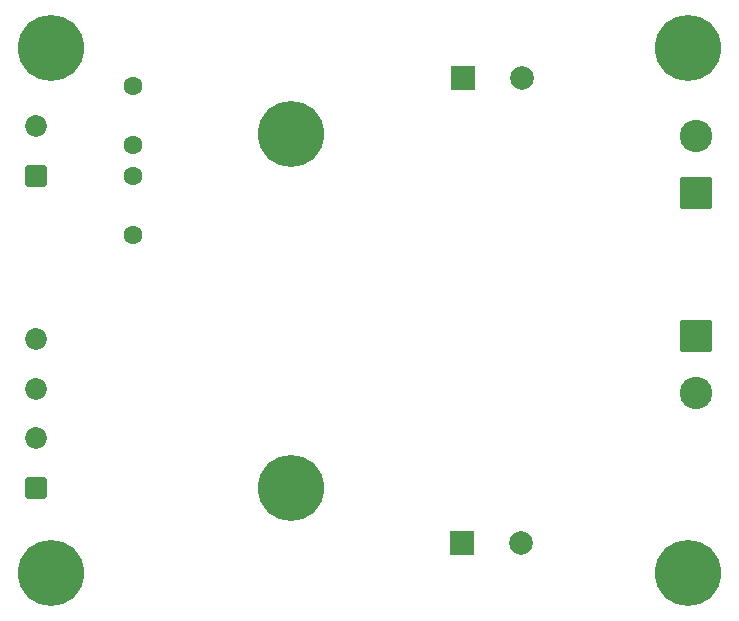
<source format=gbr>
%TF.GenerationSoftware,KiCad,Pcbnew,7.0.11+dfsg-1build4*%
%TF.CreationDate,2025-07-20T09:39:31+04:00*%
%TF.ProjectId,tpa3116_amplifier_board,74706133-3131-4365-9f61-6d706c696669,rev?*%
%TF.SameCoordinates,Original*%
%TF.FileFunction,Soldermask,Bot*%
%TF.FilePolarity,Negative*%
%FSLAX46Y46*%
G04 Gerber Fmt 4.6, Leading zero omitted, Abs format (unit mm)*
G04 Created by KiCad (PCBNEW 7.0.11+dfsg-1build4) date 2025-07-20 09:39:31*
%MOMM*%
%LPD*%
G01*
G04 APERTURE LIST*
G04 Aperture macros list*
%AMRoundRect*
0 Rectangle with rounded corners*
0 $1 Rounding radius*
0 $2 $3 $4 $5 $6 $7 $8 $9 X,Y pos of 4 corners*
0 Add a 4 corners polygon primitive as box body*
4,1,4,$2,$3,$4,$5,$6,$7,$8,$9,$2,$3,0*
0 Add four circle primitives for the rounded corners*
1,1,$1+$1,$2,$3*
1,1,$1+$1,$4,$5*
1,1,$1+$1,$6,$7*
1,1,$1+$1,$8,$9*
0 Add four rect primitives between the rounded corners*
20,1,$1+$1,$2,$3,$4,$5,0*
20,1,$1+$1,$4,$5,$6,$7,0*
20,1,$1+$1,$6,$7,$8,$9,0*
20,1,$1+$1,$8,$9,$2,$3,0*%
G04 Aperture macros list end*
%ADD10RoundRect,0.250000X0.675000X-0.675000X0.675000X0.675000X-0.675000X0.675000X-0.675000X-0.675000X0*%
%ADD11C,1.850000*%
%ADD12C,5.600000*%
%ADD13C,1.600000*%
%ADD14RoundRect,0.269607X1.105393X-1.105393X1.105393X1.105393X-1.105393X1.105393X-1.105393X-1.105393X0*%
%ADD15C,2.750000*%
%ADD16RoundRect,0.269607X-1.105393X1.105393X-1.105393X-1.105393X1.105393X-1.105393X1.105393X1.105393X0*%
%ADD17R,2.000000X2.000000*%
%ADD18C,2.000000*%
G04 APERTURE END LIST*
D10*
%TO.C,J1*%
X102870000Y-135010000D03*
D11*
X102870000Y-130810000D03*
X102870000Y-126610000D03*
X102870000Y-122410000D03*
%TD*%
D12*
%TO.C,H3*%
X158115000Y-142240000D03*
%TD*%
%TO.C,H6*%
X124438000Y-135001000D03*
%TD*%
D13*
%TO.C,C1*%
X111103000Y-100965000D03*
X111103000Y-105965000D03*
%TD*%
D14*
%TO.C,J4*%
X158750000Y-110015000D03*
D15*
X158750000Y-105215000D03*
%TD*%
D12*
%TO.C,H2*%
X104118000Y-142240000D03*
%TD*%
D16*
%TO.C,J3*%
X158750000Y-122200000D03*
D15*
X158750000Y-127000000D03*
%TD*%
D10*
%TO.C,J2*%
X102870000Y-108585000D03*
D11*
X102870000Y-104385000D03*
%TD*%
D12*
%TO.C,H1*%
X104118000Y-97790000D03*
%TD*%
%TO.C,H5*%
X124460000Y-105029000D03*
%TD*%
D17*
%TO.C,C15*%
X139065000Y-100330000D03*
D18*
X144065000Y-100330000D03*
%TD*%
D12*
%TO.C,H4*%
X158115000Y-97790000D03*
%TD*%
D13*
%TO.C,C3*%
X111103000Y-108585000D03*
X111103000Y-113585000D03*
%TD*%
D17*
%TO.C,C16*%
X138935000Y-139700000D03*
D18*
X143935000Y-139700000D03*
%TD*%
M02*

</source>
